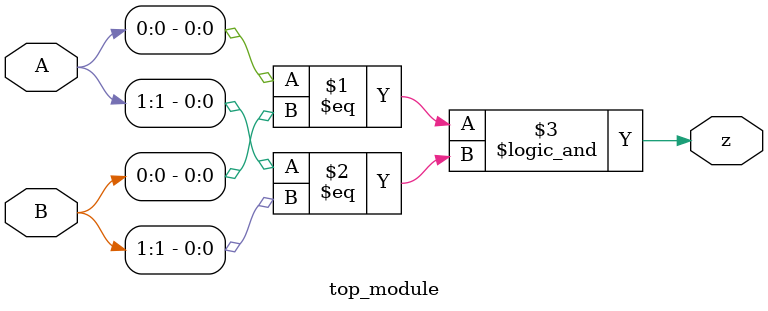
<source format=sv>
module top_module(
	input [1:0] A,
	input [1:0] B,
	output z);

	assign z = (A[0] == B[0]) && (A[1] == B[1]);
	
endmodule

</source>
